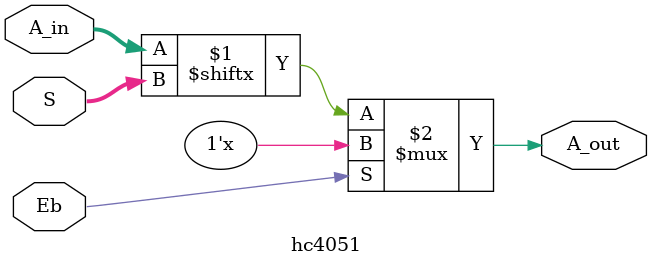
<source format=v>
module hc4051 (
	input Eb,
	input [2:0] S,
	output A_out,
	input [7:0] A_in
);

assign A_out = Eb ? 1'bz : A_in[S];

endmodule

</source>
